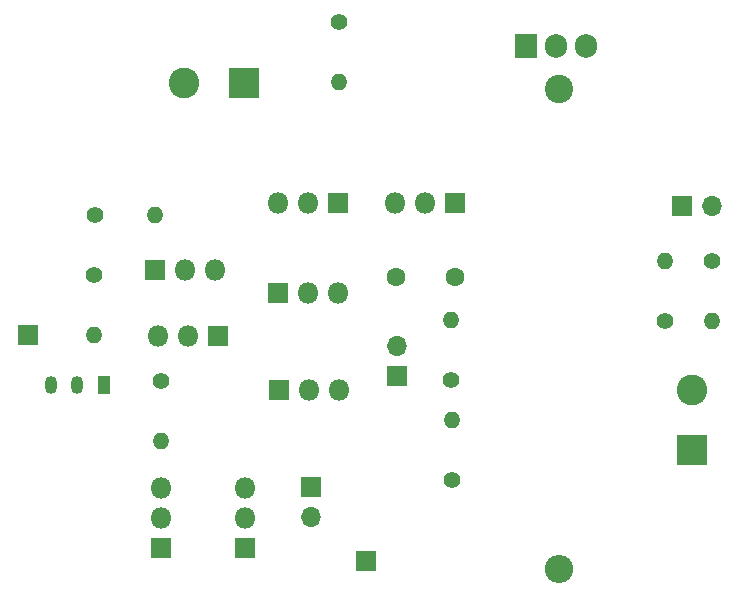
<source format=gbr>
%TF.GenerationSoftware,KiCad,Pcbnew,9.0.0*%
%TF.CreationDate,2025-04-30T12:29:05-03:00*%
%TF.ProjectId,Regulador Lineal,52656775-6c61-4646-9f72-204c696e6561,rev?*%
%TF.SameCoordinates,Original*%
%TF.FileFunction,Copper,L1,Top*%
%TF.FilePolarity,Positive*%
%FSLAX46Y46*%
G04 Gerber Fmt 4.6, Leading zero omitted, Abs format (unit mm)*
G04 Created by KiCad (PCBNEW 9.0.0) date 2025-04-30 12:29:05*
%MOMM*%
%LPD*%
G01*
G04 APERTURE LIST*
%TA.AperFunction,ComponentPad*%
%ADD10R,1.800000X1.800000*%
%TD*%
%TA.AperFunction,ComponentPad*%
%ADD11O,1.800000X1.800000*%
%TD*%
%TA.AperFunction,ComponentPad*%
%ADD12C,1.400000*%
%TD*%
%TA.AperFunction,ComponentPad*%
%ADD13O,1.400000X1.400000*%
%TD*%
%TA.AperFunction,ComponentPad*%
%ADD14R,2.600000X2.600000*%
%TD*%
%TA.AperFunction,ComponentPad*%
%ADD15C,2.600000*%
%TD*%
%TA.AperFunction,ComponentPad*%
%ADD16R,1.700000X1.700000*%
%TD*%
%TA.AperFunction,ComponentPad*%
%ADD17O,1.700000X1.700000*%
%TD*%
%TA.AperFunction,ComponentPad*%
%ADD18C,2.400000*%
%TD*%
%TA.AperFunction,ComponentPad*%
%ADD19O,2.400000X2.400000*%
%TD*%
%TA.AperFunction,ComponentPad*%
%ADD20R,1.905000X2.000000*%
%TD*%
%TA.AperFunction,ComponentPad*%
%ADD21O,1.905000X2.000000*%
%TD*%
%TA.AperFunction,ComponentPad*%
%ADD22C,1.600000*%
%TD*%
%TA.AperFunction,ComponentPad*%
%ADD23R,1.050000X1.500000*%
%TD*%
%TA.AperFunction,ComponentPad*%
%ADD24O,1.050000X1.500000*%
%TD*%
G04 APERTURE END LIST*
D10*
%TO.P,Q2,1,E*%
%TO.N,Net-(Q2-E)*%
X224080000Y-60360000D03*
D11*
%TO.P,Q2,2,C*%
%TO.N,Net-(Q2-C)*%
X221540000Y-60360000D03*
%TO.P,Q2,3,B*%
%TO.N,Net-(Q1-B)*%
X219000000Y-60360000D03*
%TD*%
D10*
%TO.P,Q8,1,E*%
%TO.N,GND*%
X216160000Y-89520000D03*
D11*
%TO.P,Q8,2,C*%
%TO.N,Net-(J2-Pin_2)*%
X216160000Y-86980000D03*
%TO.P,Q8,3,B*%
%TO.N,Net-(Q10-B)*%
X216160000Y-84440000D03*
%TD*%
D12*
%TO.P,R8,1*%
%TO.N,Net-(J7-Pin_2)*%
X203460000Y-61316982D03*
D13*
%TO.P,R8,2*%
%TO.N,Net-(Q1-E)*%
X208540000Y-61316982D03*
%TD*%
D14*
%TO.P,J5,1,Pin_1*%
%TO.N,GND*%
X254000000Y-81280000D03*
D15*
%TO.P,J5,2,Pin_2*%
%TO.N,Net-(J5-Pin_2)*%
X254000000Y-76200000D03*
%TD*%
D16*
%TO.P,J1,1,Pin_1*%
%TO.N,Net-(J1-Pin_1)*%
X253215157Y-60597088D03*
D17*
%TO.P,J1,2,Pin_2*%
%TO.N,Net-(J1-Pin_2)*%
X255755157Y-60597088D03*
%TD*%
D12*
%TO.P,R2,1*%
%TO.N,Net-(Q7-B)*%
X251735881Y-70297663D03*
D13*
%TO.P,R2,2*%
%TO.N,GND*%
X251735881Y-65217663D03*
%TD*%
D16*
%TO.P,J2,1,Pin_1*%
%TO.N,Net-(J2-Pin_1)*%
X221763496Y-84392275D03*
D17*
%TO.P,J2,2,Pin_2*%
%TO.N,Net-(J2-Pin_2)*%
X221763496Y-86932275D03*
%TD*%
D12*
%TO.P,R9,1*%
%TO.N,Net-(J7-Pin_2)*%
X224143694Y-45042282D03*
D13*
%TO.P,R9,2*%
%TO.N,Net-(Q2-E)*%
X224143694Y-50122282D03*
%TD*%
D18*
%TO.P,R4,1*%
%TO.N,Net-(J1-Pin_1)*%
X242807184Y-50644095D03*
D19*
%TO.P,R4,2*%
%TO.N,Net-(J5-Pin_2)*%
X242807184Y-91284095D03*
%TD*%
D20*
%TO.P,Q5,1,B*%
%TO.N,Net-(Q5-B)*%
X240000000Y-47069233D03*
D21*
%TO.P,Q5,2,C*%
%TO.N,Net-(J1-Pin_2)*%
X242540000Y-47069233D03*
%TO.P,Q5,3,E*%
%TO.N,Net-(J7-Pin_2)*%
X245080000Y-47069233D03*
%TD*%
D12*
%TO.P,R7,1*%
%TO.N,Net-(J1-Pin_2)*%
X255755157Y-65217663D03*
D13*
%TO.P,R7,2*%
%TO.N,Net-(Q7-B)*%
X255755157Y-70297663D03*
%TD*%
D10*
%TO.P,Q1,1,E*%
%TO.N,Net-(Q1-E)*%
X208540000Y-65980000D03*
D11*
%TO.P,Q1,2,C*%
%TO.N,Net-(Q1-B)*%
X211080000Y-65980000D03*
%TO.P,Q1,3,B*%
X213620000Y-65980000D03*
%TD*%
D16*
%TO.P,J6,1,Pin_1*%
%TO.N,Net-(J6-Pin_1)*%
X197785773Y-71470433D03*
%TD*%
D22*
%TO.P,C4,1*%
%TO.N,GND*%
X233940000Y-66637069D03*
%TO.P,C4,2*%
%TO.N,Net-(Q2-C)*%
X228940000Y-66637069D03*
%TD*%
D14*
%TO.P,J7,1,Pin_1*%
%TO.N,GND*%
X216080000Y-50200000D03*
D15*
%TO.P,J7,2,Pin_2*%
%TO.N,Net-(J7-Pin_2)*%
X211000000Y-50200000D03*
%TD*%
D10*
%TO.P,Q3,1,E*%
%TO.N,Net-(J2-Pin_1)*%
X213920000Y-71605000D03*
D11*
%TO.P,Q3,2,C*%
%TO.N,Net-(Q1-B)*%
X211380000Y-71605000D03*
%TO.P,Q3,3,B*%
%TO.N,Net-(J6-Pin_1)*%
X208840000Y-71605000D03*
%TD*%
D12*
%TO.P,R6,1*%
%TO.N,Net-(J3-Pin_1)*%
X233607008Y-75354141D03*
D13*
%TO.P,R6,2*%
%TO.N,GND*%
X233607008Y-70274141D03*
%TD*%
D10*
%TO.P,Q10,1,E*%
%TO.N,GND*%
X209080000Y-89520000D03*
D11*
%TO.P,Q10,2,C*%
%TO.N,Net-(Q10-B)*%
X209080000Y-86980000D03*
%TO.P,Q10,3,B*%
X209080000Y-84440000D03*
%TD*%
D16*
%TO.P,J3,1,Pin_1*%
%TO.N,Net-(J3-Pin_1)*%
X229080000Y-74980000D03*
D17*
%TO.P,J3,2,Pin_2*%
%TO.N,Net-(J3-Pin_2)*%
X229080000Y-72440000D03*
%TD*%
D10*
%TO.P,Q6,1,E*%
%TO.N,Net-(J1-Pin_2)*%
X233940000Y-60326231D03*
D11*
%TO.P,Q6,2,C*%
%TO.N,Net-(Q5-B)*%
X231400000Y-60326231D03*
%TO.P,Q6,3,B*%
%TO.N,Net-(Q2-C)*%
X228860000Y-60326231D03*
%TD*%
D10*
%TO.P,Q4,1,E*%
%TO.N,Net-(J2-Pin_1)*%
X219000000Y-67980000D03*
D11*
%TO.P,Q4,2,C*%
%TO.N,Net-(Q2-C)*%
X221540000Y-67980000D03*
%TO.P,Q4,3,B*%
%TO.N,Net-(J3-Pin_2)*%
X224080000Y-67980000D03*
%TD*%
D12*
%TO.P,R1,1*%
%TO.N,Net-(J6-Pin_1)*%
X209080000Y-75440000D03*
D13*
%TO.P,R1,2*%
%TO.N,Net-(Q10-B)*%
X209080000Y-80520000D03*
%TD*%
D23*
%TO.P,U1,1,REF*%
%TO.N,Net-(J6-Pin_1)*%
X204245684Y-75725278D03*
D24*
%TO.P,U1,2,A*%
%TO.N,GND*%
X201975684Y-75725278D03*
%TO.P,U1,3,K*%
%TO.N,Net-(J6-Pin_1)*%
X199745684Y-75725278D03*
%TD*%
D10*
%TO.P,Q7,1,E*%
%TO.N,Net-(J5-Pin_2)*%
X219048641Y-76180000D03*
D11*
%TO.P,Q7,2,C*%
%TO.N,Net-(Q2-C)*%
X221588641Y-76180000D03*
%TO.P,Q7,3,B*%
%TO.N,Net-(Q7-B)*%
X224128641Y-76180000D03*
%TD*%
D12*
%TO.P,R5,1*%
%TO.N,Net-(J5-Pin_2)*%
X233680000Y-83820000D03*
D13*
%TO.P,R5,2*%
%TO.N,Net-(J3-Pin_1)*%
X233680000Y-78740000D03*
%TD*%
D12*
%TO.P,R3,1*%
%TO.N,Net-(J7-Pin_2)*%
X203408244Y-66383724D03*
D13*
%TO.P,R3,2*%
%TO.N,Net-(J6-Pin_1)*%
X203408244Y-71463724D03*
%TD*%
D16*
%TO.P,J4,1,Pin_1*%
%TO.N,GND*%
X226424118Y-90672736D03*
%TD*%
M02*

</source>
